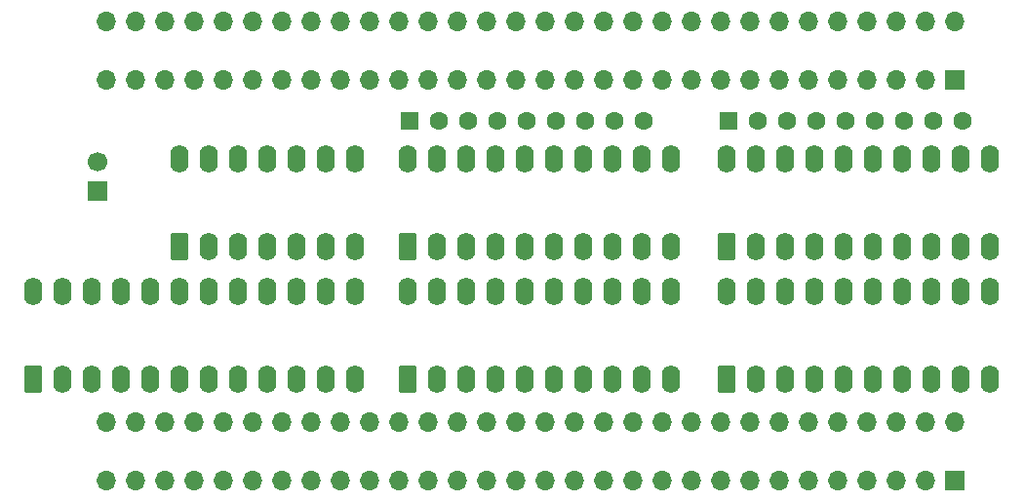
<source format=gts>
G04 #@! TF.GenerationSoftware,KiCad,Pcbnew,9.0.2*
G04 #@! TF.CreationDate,2026-01-02T17:49:51+00:00*
G04 #@! TF.ProjectId,MegaCD-Connect BD Remake,4d656761-4344-42d4-936f-6e6e65637420,rev?*
G04 #@! TF.SameCoordinates,Original*
G04 #@! TF.FileFunction,Soldermask,Top*
G04 #@! TF.FilePolarity,Negative*
%FSLAX46Y46*%
G04 Gerber Fmt 4.6, Leading zero omitted, Abs format (unit mm)*
G04 Created by KiCad (PCBNEW 9.0.2) date 2026-01-02 17:49:51*
%MOMM*%
%LPD*%
G01*
G04 APERTURE LIST*
G04 Aperture macros list*
%AMRoundRect*
0 Rectangle with rounded corners*
0 $1 Rounding radius*
0 $2 $3 $4 $5 $6 $7 $8 $9 X,Y pos of 4 corners*
0 Add a 4 corners polygon primitive as box body*
4,1,4,$2,$3,$4,$5,$6,$7,$8,$9,$2,$3,0*
0 Add four circle primitives for the rounded corners*
1,1,$1+$1,$2,$3*
1,1,$1+$1,$4,$5*
1,1,$1+$1,$6,$7*
1,1,$1+$1,$8,$9*
0 Add four rect primitives between the rounded corners*
20,1,$1+$1,$2,$3,$4,$5,0*
20,1,$1+$1,$4,$5,$6,$7,0*
20,1,$1+$1,$6,$7,$8,$9,0*
20,1,$1+$1,$8,$9,$2,$3,0*%
G04 Aperture macros list end*
%ADD10RoundRect,0.250000X0.550000X-0.950000X0.550000X0.950000X-0.550000X0.950000X-0.550000X-0.950000X0*%
%ADD11O,1.600000X2.400000*%
%ADD12R,1.700000X1.700000*%
%ADD13O,1.700000X1.700000*%
%ADD14C,1.700000*%
%ADD15R,1.600000X1.600000*%
%ADD16C,1.600000*%
G04 APERTURE END LIST*
D10*
X112776000Y-106162000D03*
D11*
X115316000Y-106162000D03*
X117856000Y-106162000D03*
X120396000Y-106162000D03*
X122936000Y-106162000D03*
X125476000Y-106162000D03*
X128016000Y-106162000D03*
X130556000Y-106162000D03*
X133096000Y-106162000D03*
X135636000Y-106162000D03*
X138176000Y-106162000D03*
X140716000Y-106162000D03*
X140716000Y-98542000D03*
X138176000Y-98542000D03*
X135636000Y-98542000D03*
X133096000Y-98542000D03*
X130556000Y-98542000D03*
X128016000Y-98542000D03*
X125476000Y-98542000D03*
X122936000Y-98542000D03*
X120396000Y-98542000D03*
X117856000Y-98542000D03*
X115316000Y-98542000D03*
X112776000Y-98542000D03*
D10*
X145288000Y-106172000D03*
D11*
X147828000Y-106172000D03*
X150368000Y-106172000D03*
X152908000Y-106172000D03*
X155448000Y-106172000D03*
X157988000Y-106172000D03*
X160528000Y-106172000D03*
X163068000Y-106172000D03*
X165608000Y-106172000D03*
X168148000Y-106172000D03*
X168148000Y-98552000D03*
X165608000Y-98552000D03*
X163068000Y-98552000D03*
X160528000Y-98552000D03*
X157988000Y-98552000D03*
X155448000Y-98552000D03*
X152908000Y-98552000D03*
X150368000Y-98552000D03*
X147828000Y-98552000D03*
X145288000Y-98552000D03*
D10*
X172974000Y-106172000D03*
D11*
X175514000Y-106172000D03*
X178054000Y-106172000D03*
X180594000Y-106172000D03*
X183134000Y-106172000D03*
X185674000Y-106172000D03*
X188214000Y-106172000D03*
X190754000Y-106172000D03*
X193294000Y-106172000D03*
X195834000Y-106172000D03*
X195834000Y-98552000D03*
X193294000Y-98552000D03*
X190754000Y-98552000D03*
X188214000Y-98552000D03*
X185674000Y-98552000D03*
X183134000Y-98552000D03*
X180594000Y-98552000D03*
X178054000Y-98552000D03*
X175514000Y-98552000D03*
X172974000Y-98552000D03*
D10*
X125476000Y-94615000D03*
D11*
X128016000Y-94615000D03*
X130556000Y-94615000D03*
X133096000Y-94615000D03*
X135636000Y-94615000D03*
X138176000Y-94615000D03*
X140716000Y-94615000D03*
X140716000Y-86995000D03*
X138176000Y-86995000D03*
X135636000Y-86995000D03*
X133096000Y-86995000D03*
X130556000Y-86995000D03*
X128016000Y-86995000D03*
X125476000Y-86995000D03*
D10*
X145288000Y-94615000D03*
D11*
X147828000Y-94615000D03*
X150368000Y-94615000D03*
X152908000Y-94615000D03*
X155448000Y-94615000D03*
X157988000Y-94615000D03*
X160528000Y-94615000D03*
X163068000Y-94615000D03*
X165608000Y-94615000D03*
X168148000Y-94615000D03*
X168148000Y-86995000D03*
X165608000Y-86995000D03*
X163068000Y-86995000D03*
X160528000Y-86995000D03*
X157988000Y-86995000D03*
X155448000Y-86995000D03*
X152908000Y-86995000D03*
X150368000Y-86995000D03*
X147828000Y-86995000D03*
X145288000Y-86995000D03*
D10*
X172974000Y-94615000D03*
D11*
X175514000Y-94615000D03*
X178054000Y-94615000D03*
X180594000Y-94615000D03*
X183134000Y-94615000D03*
X185674000Y-94615000D03*
X188214000Y-94615000D03*
X190754000Y-94615000D03*
X193294000Y-94615000D03*
X195834000Y-94615000D03*
X195834000Y-86995000D03*
X193294000Y-86995000D03*
X190754000Y-86995000D03*
X188214000Y-86995000D03*
X185674000Y-86995000D03*
X183134000Y-86995000D03*
X180594000Y-86995000D03*
X178054000Y-86995000D03*
X175514000Y-86995000D03*
X172974000Y-86995000D03*
D12*
X192786000Y-80137000D03*
D13*
X190246000Y-80137000D03*
X187706000Y-80137000D03*
X185166000Y-80137000D03*
X182626000Y-80137000D03*
X180086000Y-80137000D03*
X177546000Y-80137000D03*
X175006000Y-80137000D03*
X172466000Y-80137000D03*
X169926000Y-80137000D03*
X167386000Y-80137000D03*
X164846000Y-80137000D03*
X162306000Y-80137000D03*
X159766000Y-80137000D03*
X157226000Y-80137000D03*
X154686000Y-80137000D03*
X152146000Y-80137000D03*
X149606000Y-80137000D03*
X147066000Y-80137000D03*
X144526000Y-80137000D03*
X141986000Y-80137000D03*
X139446000Y-80137000D03*
X136906000Y-80137000D03*
X134366000Y-80137000D03*
X131826000Y-80137000D03*
X129286000Y-80137000D03*
X126746000Y-80137000D03*
X124206000Y-80137000D03*
X121666000Y-80137000D03*
X119126000Y-80137000D03*
X192786000Y-75057000D03*
X190246000Y-75057000D03*
X187706000Y-75057000D03*
X185166000Y-75057000D03*
X182626000Y-75057000D03*
X180086000Y-75057000D03*
X177546000Y-75057000D03*
X175006000Y-75057000D03*
X172466000Y-75057000D03*
X169926000Y-75057000D03*
X167386000Y-75057000D03*
X164846000Y-75057000D03*
X162306000Y-75057000D03*
X159766000Y-75057000D03*
X157226000Y-75057000D03*
X154686000Y-75057000D03*
X152146000Y-75057000D03*
X149606000Y-75057000D03*
X147066000Y-75057000D03*
X144526000Y-75057000D03*
X141986000Y-75057000D03*
X139446000Y-75057000D03*
X136906000Y-75057000D03*
X134366000Y-75057000D03*
X131826000Y-75057000D03*
X129286000Y-75057000D03*
X126746000Y-75057000D03*
X124206000Y-75057000D03*
X121666000Y-75057000D03*
X119126000Y-75057000D03*
D12*
X192786000Y-114935000D03*
D13*
X190246000Y-114935000D03*
X187706000Y-114935000D03*
X185166000Y-114935000D03*
X182626000Y-114935000D03*
X180086000Y-114935000D03*
X177546000Y-114935000D03*
X175006000Y-114935000D03*
X172466000Y-114935000D03*
X169926000Y-114935000D03*
X167386000Y-114935000D03*
X164846000Y-114935000D03*
X162306000Y-114935000D03*
X159766000Y-114935000D03*
X157226000Y-114935000D03*
X154686000Y-114935000D03*
X152146000Y-114935000D03*
X149606000Y-114935000D03*
X147066000Y-114935000D03*
X144526000Y-114935000D03*
X141986000Y-114935000D03*
X139446000Y-114935000D03*
X136906000Y-114935000D03*
X134366000Y-114935000D03*
X131826000Y-114935000D03*
X129286000Y-114935000D03*
X126746000Y-114935000D03*
X124206000Y-114935000D03*
X121666000Y-114935000D03*
X119126000Y-114935000D03*
X192786000Y-109855000D03*
X190246000Y-109855000D03*
X187706000Y-109855000D03*
X185166000Y-109855000D03*
X182626000Y-109855000D03*
X180086000Y-109855000D03*
X177546000Y-109855000D03*
X175006000Y-109855000D03*
X172466000Y-109855000D03*
X169926000Y-109855000D03*
X167386000Y-109855000D03*
X164846000Y-109855000D03*
X162306000Y-109855000D03*
X159766000Y-109855000D03*
X157226000Y-109855000D03*
X154686000Y-109855000D03*
X152146000Y-109855000D03*
X149606000Y-109855000D03*
X147066000Y-109855000D03*
X144526000Y-109855000D03*
X141986000Y-109855000D03*
X139446000Y-109855000D03*
X136906000Y-109855000D03*
X134366000Y-109855000D03*
X131826000Y-109855000D03*
X129286000Y-109855000D03*
X126746000Y-109855000D03*
X124206000Y-109855000D03*
X121666000Y-109855000D03*
X119126000Y-109855000D03*
D12*
X118364000Y-89794000D03*
D14*
X118364000Y-87254000D03*
D15*
X145415000Y-83693000D03*
D16*
X147955000Y-83693000D03*
X150495000Y-83693000D03*
X153035000Y-83693000D03*
X155575000Y-83693000D03*
X158115000Y-83693000D03*
X160655000Y-83693000D03*
X163195000Y-83693000D03*
X165735000Y-83693000D03*
D15*
X173101000Y-83693000D03*
D16*
X175641000Y-83693000D03*
X178181000Y-83693000D03*
X180721000Y-83693000D03*
X183261000Y-83693000D03*
X185801000Y-83693000D03*
X188341000Y-83693000D03*
X190881000Y-83693000D03*
X193421000Y-83693000D03*
M02*

</source>
